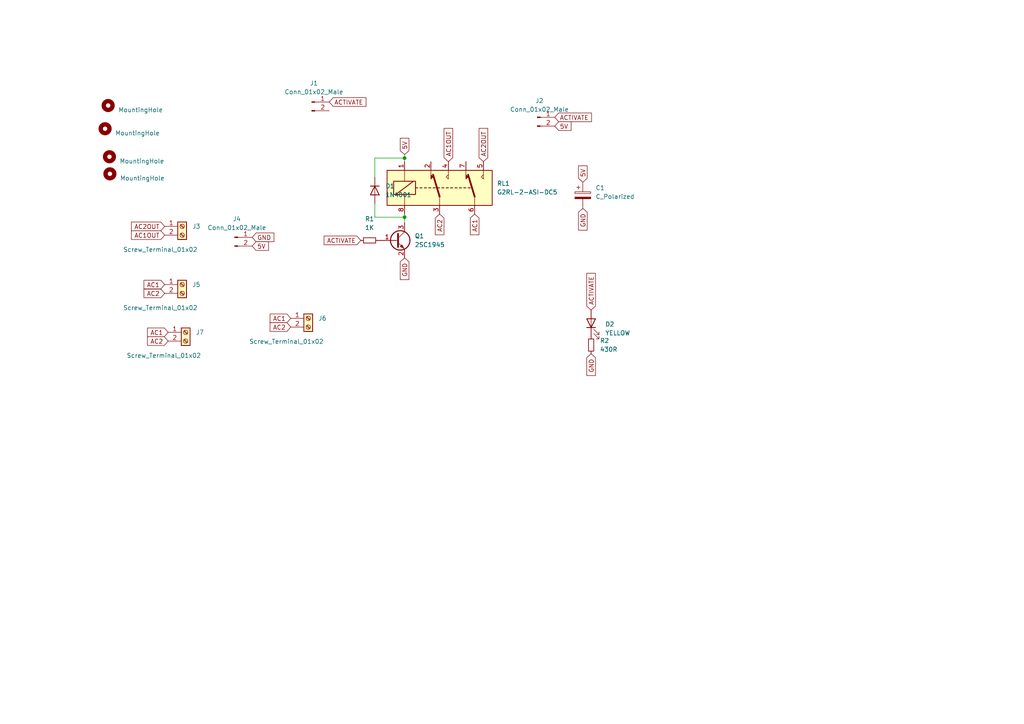
<source format=kicad_sch>
(kicad_sch (version 20211123) (generator eeschema)
  (paper "A4")
  (lib_symbols
    (symbol "Connector:Conn_01x02_Male" (pin_names (offset 1.016) hide)
      (property "Reference" "J" (at 0 2.54 0))
      (property "Value" "Conn_01x02_Male" (at 0 -5.08 0))
      (symbol "Conn_01x02_Male_1_1"
        (polyline (pts (xy 1.27 -2.54) (xy 0.8636 -2.54)) (stroke (width 0.1524)))
        (polyline (pts (xy 1.27 0) (xy 0.8636 0)) (stroke (width 0.1524)))
        (rectangle (start 0.8636 -2.413) (end 0 -2.667) (stroke (width 0.1524)) (fill (type outline)))
        (rectangle (start 0.8636 0.127) (end 0 -0.127) (stroke (width 0.1524)) (fill (type outline)))
        (pin passive line (at 5.08 0 180) (length 3.81) (name "Pin_1") (number "1"))
        (pin passive line (at 5.08 -2.54 180) (length 3.81) (name "Pin_2") (number "2"))
      )
    )
    (symbol "Connector:Screw_Terminal_01x02" (pin_names (offset 1.016) hide)
      (property "Reference" "J" (at 0 2.54 0))
      (property "Value" "Screw_Terminal_01x02" (at 0 -5.08 0))
      (symbol "Screw_Terminal_01x02_1_1"
        (rectangle (start -1.27 1.27) (end 1.27 -3.81) (stroke (width 0.254)) (fill (type background)))
        (circle (center 0 -2.54) (radius 0.635) (stroke (width 0.1524)))
        (polyline (pts (xy -0.5334 -2.2098) (xy 0.3302 -3.048)) (stroke (width 0.1524)))
        (polyline (pts (xy -0.5334 0.3302) (xy 0.3302 -0.508)) (stroke (width 0.1524)))
        (polyline (pts (xy -0.3556 -2.032) (xy 0.508 -2.8702)) (stroke (width 0.1524)))
        (polyline (pts (xy -0.3556 0.508) (xy 0.508 -0.3302)) (stroke (width 0.1524)))
        (circle (center 0 0) (radius 0.635) (stroke (width 0.1524)))
        (pin passive line (at -5.08 0 0) (length 3.81) (name "Pin_1") (number "1"))
        (pin passive line (at -5.08 -2.54 0) (length 3.81) (name "Pin_2") (number "2"))
      )
    )
    (symbol "Device:C_Polarized" (pin_numbers hide) (pin_names (offset 0.254))
      (property "Reference" "C" (at 0.635 2.54 0))
      (property "Value" "C_Polarized" (at 0.635 -2.54 0))
      (symbol "C_Polarized_0_1"
        (rectangle (start -2.286 0.508) (end 2.286 1.016))
        (polyline (pts (xy -1.778 2.286) (xy -0.762 2.286)))
        (polyline (pts (xy -1.27 2.794) (xy -1.27 1.778)))
        (rectangle (start 2.286 -0.508) (end -2.286 -1.016) (fill (type outline)))
      )
      (symbol "C_Polarized_1_1"
        (pin passive line (at 0 3.81 270) (length 2.794) (name "~") (number "1"))
        (pin passive line (at 0 -3.81 90) (length 2.794) (name "~") (number "2"))
      )
    )
    (symbol "Device:LED" (pin_numbers hide) (pin_names (offset 1.016) hide)
      (property "Reference" "D" (at 0 2.54 0))
      (property "Value" "LED" (at 0 -2.54 0))
      (symbol "LED_0_1"
        (polyline (pts (xy -1.27 -1.27) (xy -1.27 1.27)) (stroke (width 0.254)))
        (polyline (pts (xy -1.27 0) (xy 1.27 0)))
        (polyline (pts (xy 1.27 -1.27) (xy 1.27 1.27) (xy -1.27 0) (xy 1.27 -1.27)) (stroke (width 0.254)))
        (polyline (pts (xy -3.048 -0.762) (xy -4.572 -2.286) (xy -3.81 -2.286) (xy -4.572 -2.286) (xy -4.572 -1.524)))
        (polyline (pts (xy -1.778 -0.762) (xy -3.302 -2.286) (xy -2.54 -2.286) (xy -3.302 -2.286) (xy -3.302 -1.524)))
      )
      (symbol "LED_1_1"
        (pin passive line (at -3.81 0 0) (length 2.54) (name "K") (number "1"))
        (pin passive line (at 3.81 0 180) (length 2.54) (name "A") (number "2"))
      )
    )
    (symbol "Device:R_Small" (pin_numbers hide) (pin_names (offset 0.254) hide)
      (property "Reference" "R" (at 0.762 0.508 0))
      (property "Value" "R_Small" (at 0.762 -1.016 0))
      (symbol "R_Small_0_1"
        (rectangle (start -0.762 1.778) (end 0.762 -1.778) (stroke (width 0.2032)))
      )
      (symbol "R_Small_1_1"
        (pin passive line (at 0 2.54 270) (length 0.762) (name "~") (number "1"))
        (pin passive line (at 0 -2.54 90) (length 0.762) (name "~") (number "2"))
      )
    )
    (symbol "Diode:1N4001" (pin_numbers hide) (pin_names hide)
      (property "Reference" "D" (at 0 2.54 0))
      (property "Value" "1N4001" (at 0 -2.54 0))
      (symbol "1N4001_0_1"
        (polyline (pts (xy -1.27 1.27) (xy -1.27 -1.27)) (stroke (width 0.254)))
        (polyline (pts (xy 1.27 0) (xy -1.27 0)))
        (polyline (pts (xy 1.27 1.27) (xy 1.27 -1.27) (xy -1.27 0) (xy 1.27 1.27)) (stroke (width 0.254)))
      )
      (symbol "1N4001_1_1"
        (pin passive line (at -3.81 0 0) (length 2.54) (name "K") (number "1"))
        (pin passive line (at 3.81 0 180) (length 2.54) (name "A") (number "2"))
      )
    )
    (symbol "Mechanical:MountingHole" (pin_names (offset 1.016))
      (property "Reference" "H" (at 0 5.08 0))
      (property "Value" "MountingHole" (at 0 3.175 0))
      (symbol "MountingHole_0_1"
        (circle (center 0 0) (radius 1.27) (stroke (width 1.27)))
      )
    )
    (symbol "Relay:G2RL-2-ASI-DC5"
      (property "Reference" "RL" (at 16.51 3.81 0))
      (property "Value" "G2RL-2-ASI-DC5" (at 16.51 1.27 0))
      (symbol "G2RL-2-ASI-DC5_0_1"
        (rectangle (start -15.24 5.08) (end 15.24 -5.08) (stroke (width 0.254)) (fill (type background)))
        (rectangle (start -13.335 1.905) (end -6.985 -1.905) (stroke (width 0.254)))
        (polyline (pts (xy -12.7 -1.905) (xy -7.62 1.905)) (stroke (width 0.254)))
        (polyline (pts (xy -10.16 -5.08) (xy -10.16 -1.905)))
        (polyline (pts (xy -10.16 5.08) (xy -10.16 1.905)))
        (polyline (pts (xy -6.985 0) (xy -6.35 0)) (stroke (width 0.254)))
        (polyline (pts (xy -5.715 0) (xy -5.08 0)) (stroke (width 0.254)))
        (polyline (pts (xy -4.445 0) (xy -3.81 0)) (stroke (width 0.254)))
        (polyline (pts (xy -3.175 0) (xy -2.54 0)) (stroke (width 0.254)))
        (polyline (pts (xy -1.905 0) (xy -1.27 0)) (stroke (width 0.254)))
        (polyline (pts (xy -0.635 0) (xy 0 0)) (stroke (width 0.254)))
        (polyline (pts (xy 0 -2.54) (xy -1.905 3.81)) (stroke (width 0.508)))
        (polyline (pts (xy 0 -2.54) (xy 0 -5.08)))
        (polyline (pts (xy 0.635 0) (xy 1.27 0)) (stroke (width 0.254)))
        (polyline (pts (xy 1.905 0) (xy 2.54 0)) (stroke (width 0.254)))
        (polyline (pts (xy 3.175 0) (xy 3.81 0)) (stroke (width 0.254)))
        (polyline (pts (xy 4.445 0) (xy 5.08 0)) (stroke (width 0.254)))
        (polyline (pts (xy 5.715 0) (xy 6.35 0)) (stroke (width 0.254)))
        (polyline (pts (xy 6.985 0) (xy 7.62 0)) (stroke (width 0.254)))
        (polyline (pts (xy 8.255 0) (xy 8.89 0)) (stroke (width 0.254)))
        (polyline (pts (xy 10.16 -2.54) (xy 8.255 3.81)) (stroke (width 0.508)))
        (polyline (pts (xy 10.16 -2.54) (xy 10.16 -5.08)))
        (polyline (pts (xy -2.54 5.08) (xy -2.54 2.54) (xy -1.905 3.175) (xy -2.54 3.81)) (fill (type outline)))
        (polyline (pts (xy 2.54 5.08) (xy 2.54 2.54) (xy 1.905 3.175) (xy 2.54 3.81)))
        (polyline (pts (xy 7.62 5.08) (xy 7.62 2.54) (xy 8.255 3.175) (xy 7.62 3.81)) (fill (type outline)))
        (polyline (pts (xy 12.7 5.08) (xy 12.7 2.54) (xy 12.065 3.175) (xy 12.7 3.81)))
      )
      (symbol "G2RL-2-ASI-DC5_1_1"
        (pin passive line (at -10.16 7.62 270) (length 2.54) (name "~") (number "1"))
        (pin passive line (at -2.54 7.62 270) (length 2.54) (name "~") (number "2"))
        (pin passive line (at 0 -7.62 90) (length 2.54) (name "~") (number "3"))
        (pin passive line (at 2.54 7.62 270) (length 2.54) (name "~") (number "4"))
        (pin passive line (at 12.7 7.62 270) (length 2.54) (name "~") (number "5"))
        (pin passive line (at 10.16 -7.62 90) (length 2.54) (name "~") (number "6"))
        (pin passive line (at 7.62 7.62 270) (length 2.54) (name "~") (number "7"))
        (pin passive line (at -10.16 -7.62 90) (length 2.54) (name "~") (number "8"))
      )
    )
    (symbol "Transistor_BJT:2SC1945" (pin_names (offset 0) hide)
      (property "Reference" "Q" (at 5.08 1.905 0))
      (property "Value" "2SC1945" (at 5.08 0 0))
      (symbol "2SC1945_0_1"
        (polyline (pts (xy 0 0) (xy 0.635 0)))
        (polyline (pts (xy 2.54 2.54) (xy 0.635 0.635)))
        (polyline (pts (xy 0.635 1.905) (xy 0.635 -1.905) (xy 0.635 -1.905)) (stroke (width 0.508)))
        (polyline (pts (xy 2.286 -2.286) (xy 1.778 -1.778) (xy 1.778 -1.778)))
        (polyline (pts (xy 2.54 -2.54) (xy 0.635 -0.635) (xy 1.27 -1.27)) (fill (type outline)))
        (polyline (pts (xy 1.27 -1.778) (xy 1.778 -1.27) (xy 2.286 -2.286) (xy 1.27 -1.778) (xy 1.27 -1.778)) (fill (type outline)))
        (circle (center 1.27 0) (radius 2.8194) (stroke (width 0.3048)))
      )
      (symbol "2SC1945_1_1"
        (pin input line (at -5.08 0 0) (length 5.08) (name "B") (number "1"))
        (pin passive line (at 2.54 -5.08 90) (length 2.54) (name "E") (number "2"))
        (pin passive line (at 2.54 5.08 270) (length 2.54) (name "C") (number "3"))
      )
    )
  )
  (junction (at 117.348 45.847))
  (junction (at 117.348 62.992))
  (wire (pts (xy 108.712 45.847) (xy 108.712 51.435)))
  (wire (pts (xy 117.348 45.847) (xy 117.348 46.863)))
  (wire (pts (xy 108.712 62.992) (xy 117.348 62.992)))
  (wire (pts (xy 117.348 45.847) (xy 108.712 45.847)))
  (wire (pts (xy 108.712 59.055) (xy 108.712 62.992)))
  (wire (pts (xy 117.348 62.992) (xy 117.348 62.103)))
  (wire (pts (xy 117.348 64.643) (xy 117.348 62.992)))
  (wire (pts (xy 117.348 44.831) (xy 117.348 45.847)))
  (global_label "ACTIVATE" (shape input) (at 104.648 69.723 180) (property "Intersheet References" "${INTERSHEET_REFS}" (effects hide)))
  (global_label "AC2" (shape input) (at 47.752 85.09 180) (property "Intersheet References" "${INTERSHEET_REFS}" (effects hide)))
  (global_label "5V" (shape input) (at 117.348 44.831 90) (property "Intersheet References" "${INTERSHEET_REFS}" (effects hide)))
  (global_label "AC2" (shape input) (at 127.508 62.103 270) (property "Intersheet References" "${INTERSHEET_REFS}" (effects hide)))
  (global_label "AC1" (shape input) (at 137.668 62.103 270) (property "Intersheet References" "${INTERSHEET_REFS}" (effects hide)))
  (global_label "AC1" (shape input) (at 47.752 82.55 180) (property "Intersheet References" "${INTERSHEET_REFS}" (effects hide)))
  (global_label "GND" (shape input) (at 169.037 60.452 270) (property "Intersheet References" "${INTERSHEET_REFS}" (effects hide)))
  (global_label "AC1OUT" (shape input) (at 130.048 46.863 90) (property "Intersheet References" "${INTERSHEET_REFS}" (effects hide)))
  (global_label "AC1" (shape input) (at 84.328 92.329 180) (property "Intersheet References" "${INTERSHEET_REFS}" (effects hide)))
  (global_label "GND" (shape input) (at 117.348 74.803 270) (property "Intersheet References" "${INTERSHEET_REFS}" (effects hide)))
  (global_label "ACTIVATE" (shape input) (at 171.45 89.916 90) (property "Intersheet References" "${INTERSHEET_REFS}" (effects hide)))
  (global_label "AC1OUT" (shape input) (at 47.752 68.199 180) (property "Intersheet References" "${INTERSHEET_REFS}" (effects hide)))
  (global_label "AC2OUT" (shape input) (at 47.752 65.659 180) (property "Intersheet References" "${INTERSHEET_REFS}" (effects hide)))
  (global_label "AC2" (shape input) (at 48.768 98.933 180) (property "Intersheet References" "${INTERSHEET_REFS}" (effects hide)))
  (global_label "5V" (shape input) (at 73.152 71.374 0) (property "Intersheet References" "${INTERSHEET_REFS}" (effects hide)))
  (global_label "ACTIVATE" (shape input) (at 95.504 29.591 0) (property "Intersheet References" "${INTERSHEET_REFS}" (effects hide)))
  (global_label "AC1" (shape input) (at 48.768 96.393 180) (property "Intersheet References" "${INTERSHEET_REFS}" (effects hide)))
  (global_label "5V" (shape input) (at 169.037 52.832 90) (property "Intersheet References" "${INTERSHEET_REFS}" (effects hide)))
  (global_label "5V" (shape input) (at 160.909 36.576 0) (property "Intersheet References" "${INTERSHEET_REFS}" (effects hide)))
  (global_label "GND" (shape input) (at 73.152 68.834 0) (property "Intersheet References" "${INTERSHEET_REFS}" (effects hide)))
  (global_label "ACTIVATE" (shape input) (at 160.909 34.036 0) (property "Intersheet References" "${INTERSHEET_REFS}" (effects hide)))
  (global_label "AC2" (shape input) (at 84.328 94.869 180) (property "Intersheet References" "${INTERSHEET_REFS}" (effects hide)))
  (global_label "GND" (shape input) (at 171.45 102.616 270) (property "Intersheet References" "${INTERSHEET_REFS}" (effects hide)))
  (global_label "AC2OUT" (shape input) (at 140.208 46.863 90) (property "Intersheet References" "${INTERSHEET_REFS}" (effects hide)))
  (symbol (lib_id "Device:LED") (at 171.45 93.726 90) (unit 1)
    (property "Reference" "D2" (at 175.514 94.0434 90) (effects (justify right)))
    (property "Value" "YELLOW" (at 175.514 96.5834 90) (effects (justify right)))
    (property "Footprint" "Diode_SMD:D_0805_2012Metric_Pad1.15x1.40mm_HandSolder" (effects hide))
  )
  (symbol (lib_id "Mechanical:MountingHole") (at 31.877 50.419 0) (unit 1)
    (property "Reference" "H4" (effects hide))
    (property "Value" "MountingHole" (at 34.798 51.6889 0) (effects (justify left)))
    (property "Footprint" "MountingHole:MountingHole_3.2mm_M3" (effects hide))
  )
  (symbol (lib_id "Diode:1N4001") (at 108.712 55.245 270) (unit 1)
    (property "Reference" "D1" (at 111.76 53.9749 90) (effects (justify left)))
    (property "Value" "1N4001" (at 111.76 56.5149 90) (effects (justify left)))
    (property "Footprint" "Diode_SMD:D_SMA" (effects hide))
    (property "Datasheet" "http://www.vishay.com/docs/88503/1n4001.pdf" (effects hide))
  )
  (symbol (lib_id "Connector:Screw_Terminal_01x02") (at 52.832 65.659 0) (unit 1)
    (property "Reference" "J3" (at 55.753 65.6589 0) (effects (justify left)))
    (property "Value" "Screw_Terminal_01x02" (at 35.687 72.39 0) (effects (justify left)))
    (property "Footprint" "Connector_JST:JST_XH_B2B-XH-A_1x02_P2.50mm_Vertical" (effects hide))
  )
  (symbol (lib_id "Mechanical:MountingHole") (at 31.75 45.466 0) (unit 1)
    (property "Reference" "H3" (effects hide))
    (property "Value" "MountingHole" (at 34.671 46.7359 0) (effects (justify left)))
    (property "Footprint" "MountingHole:MountingHole_3.2mm_M3" (effects hide))
  )
  (symbol (lib_id "Device:R_Small") (at 171.45 100.076 0) (unit 1)
    (property "Reference" "R2" (at 173.99 98.8059 0) (effects (justify left)))
    (property "Value" "430R" (at 173.99 101.3459 0) (effects (justify left)))
    (property "Footprint" "Resistor_SMD:R_0603_1608Metric_Pad0.98x0.95mm_HandSolder" (effects hide))
  )
  (symbol (lib_id "Device:C_Polarized") (at 169.037 56.642 0) (unit 1)
    (property "Reference" "C1" (at 172.72 54.4829 0) (effects (justify left)))
    (property "Value" "C_Polarized" (at 172.72 57.0229 0) (effects (justify left)))
    (property "Footprint" "Capacitor_THT:CP_Radial_D6.3mm_P2.50mm" (effects hide))
  )
  (symbol (lib_id "Connector:Conn_01x02_Male") (at 68.072 68.834 0) (unit 1)
    (property "Reference" "J4" (at 68.707 63.5 0))
    (property "Value" "Conn_01x02_Male" (at 68.707 66.04 0))
    (property "Footprint" "Connector_JST:JST_PH_B2B-PH-K_1x02_P2.00mm_Vertical" (effects hide))
  )
  (symbol (lib_id "Relay:G2RL-2-ASI-DC5") (at 127.508 54.483 0) (unit 1)
    (property "Reference" "RL1" (at 144.145 53.2129 0) (effects (justify left)))
    (property "Value" "G2RL-2-ASI-DC5" (at 144.145 55.7529 0) (effects (justify left)))
    (property "Footprint" "Relay_THT:Relay_DPDT_Omron_G2RL" (effects hide))
    (property "Datasheet" "https://omronfs.omron.com/en_US/ecb/products/pdf/en-g2rl.pdf" (effects hide))
  )
  (symbol (lib_id "Connector:Conn_01x02_Male") (at 155.829 34.036 0) (unit 1)
    (property "Reference" "J2" (at 156.464 29.21 0))
    (property "Value" "Conn_01x02_Male" (at 156.464 31.75 0))
    (property "Footprint" "Connector_PinHeader_2.54mm:PinHeader_1x02_P2.54mm_Vertical" (effects hide))
  )
  (symbol (lib_id "Connector:Screw_Terminal_01x02") (at 53.848 96.393 0) (unit 1)
    (property "Reference" "J7" (at 56.769 96.3929 0) (effects (justify left)))
    (property "Value" "Screw_Terminal_01x02" (at 36.703 103.124 0) (effects (justify left)))
    (property "Footprint" "Connector_JST:JST_XH_B2B-XH-A_1x02_P2.50mm_Vertical" (effects hide))
  )
  (symbol (lib_id "Connector:Conn_01x02_Male") (at 90.424 29.591 0) (unit 1)
    (property "Reference" "J1" (at 91.059 24.13 0))
    (property "Value" "Conn_01x02_Male" (at 91.059 26.67 0))
    (property "Footprint" "Connector_JST:JST_PH_B2B-PH-K_1x02_P2.00mm_Vertical" (effects hide))
  )
  (symbol (lib_id "Mechanical:MountingHole") (at 31.369 30.607 0) (unit 1)
    (property "Reference" "H1" (effects hide))
    (property "Value" "MountingHole" (at 34.29 31.8769 0) (effects (justify left)))
    (property "Footprint" "MountingHole:MountingHole_3.2mm_M3" (effects hide))
  )
  (symbol (lib_id "Transistor_BJT:2SC1945") (at 114.808 69.723 0) (unit 1)
    (property "Reference" "Q1" (at 120.269 68.4529 0) (effects (justify left)))
    (property "Value" "2SC1945" (at 120.269 70.9929 0) (effects (justify left)))
    (property "Footprint" "Package_TO_SOT_SMD:SOT-23_Handsoldering" (effects hide))
    (property "Datasheet" "http://rtellason.com/transdata/2sc1945.pdf" (effects hide))
  )
  (symbol (lib_id "Mechanical:MountingHole") (at 30.48 37.338 0) (unit 1)
    (property "Reference" "H2" (effects hide))
    (property "Value" "MountingHole" (at 33.401 38.6079 0) (effects (justify left)))
    (property "Footprint" "MountingHole:MountingHole_3.2mm_M3" (effects hide))
  )
  (symbol (lib_id "Connector:Screw_Terminal_01x02") (at 52.832 82.55 0) (unit 1)
    (property "Reference" "J5" (at 55.753 82.5499 0) (effects (justify left)))
    (property "Value" "Screw_Terminal_01x02" (at 35.687 89.281 0) (effects (justify left)))
    (property "Footprint" "Connector_JST:JST_XH_B2B-XH-A_1x02_P2.50mm_Vertical" (effects hide))
  )
  (symbol (lib_id "Device:R_Small") (at 107.188 69.723 90) (unit 1)
    (property "Reference" "R1" (at 107.188 63.5 90))
    (property "Value" "1K" (at 107.188 66.04 90))
    (property "Footprint" "Resistor_SMD:R_0603_1608Metric" (effects hide))
  )
  (symbol (lib_id "Connector:Screw_Terminal_01x02") (at 89.408 92.329 0) (unit 1)
    (property "Reference" "J6" (at 92.329 92.3289 0) (effects (justify left)))
    (property "Value" "Screw_Terminal_01x02" (at 72.263 99.06 0) (effects (justify left)))
    (property "Footprint" "Connector_JST:JST_XH_B2B-XH-A_1x02_P2.50mm_Vertical" (effects hide))
  )
)
</source>
